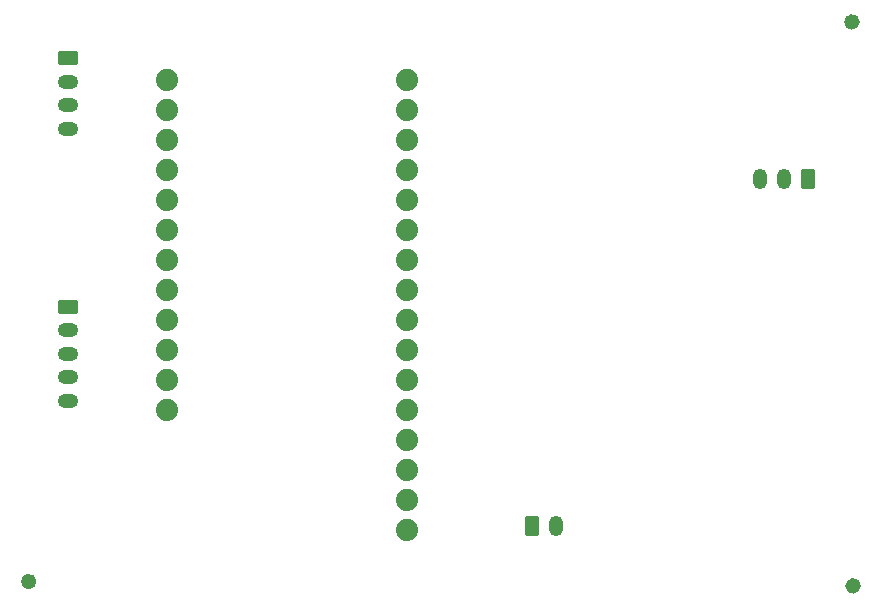
<source format=gbr>
%TF.GenerationSoftware,KiCad,Pcbnew,7.0.2-0*%
%TF.CreationDate,2023-11-25T15:14:42-08:00*%
%TF.ProjectId,Controller v1.1,436f6e74-726f-46c6-9c65-722076312e31,rev?*%
%TF.SameCoordinates,Original*%
%TF.FileFunction,Soldermask,Bot*%
%TF.FilePolarity,Negative*%
%FSLAX46Y46*%
G04 Gerber Fmt 4.6, Leading zero omitted, Abs format (unit mm)*
G04 Created by KiCad (PCBNEW 7.0.2-0) date 2023-11-25 15:14:42*
%MOMM*%
%LPD*%
G01*
G04 APERTURE LIST*
G04 Aperture macros list*
%AMRoundRect*
0 Rectangle with rounded corners*
0 $1 Rounding radius*
0 $2 $3 $4 $5 $6 $7 $8 $9 X,Y pos of 4 corners*
0 Add a 4 corners polygon primitive as box body*
4,1,4,$2,$3,$4,$5,$6,$7,$8,$9,$2,$3,0*
0 Add four circle primitives for the rounded corners*
1,1,$1+$1,$2,$3*
1,1,$1+$1,$4,$5*
1,1,$1+$1,$6,$7*
1,1,$1+$1,$8,$9*
0 Add four rect primitives between the rounded corners*
20,1,$1+$1,$2,$3,$4,$5,0*
20,1,$1+$1,$4,$5,$6,$7,0*
20,1,$1+$1,$6,$7,$8,$9,0*
20,1,$1+$1,$8,$9,$2,$3,0*%
G04 Aperture macros list end*
%ADD10C,0.650000*%
%ADD11RoundRect,0.250000X-0.625000X0.350000X-0.625000X-0.350000X0.625000X-0.350000X0.625000X0.350000X0*%
%ADD12O,1.750000X1.200000*%
%ADD13RoundRect,0.250000X0.350000X0.625000X-0.350000X0.625000X-0.350000X-0.625000X0.350000X-0.625000X0*%
%ADD14O,1.200000X1.750000*%
%ADD15C,1.879600*%
%ADD16C,1.152000*%
%ADD17RoundRect,0.250000X-0.350000X-0.625000X0.350000X-0.625000X0.350000X0.625000X-0.350000X0.625000X0*%
G04 APERTURE END LIST*
D10*
%TO.C,H2*%
X140675001Y-85825001D02*
G75*
G03*
X140675001Y-85825001I-325000J0D01*
G01*
%TO.C,H1*%
X70975000Y-133200000D02*
G75*
G03*
X70975000Y-133200000I-325000J0D01*
G01*
%TO.C,H3*%
X140775000Y-133575000D02*
G75*
G03*
X140775000Y-133575000I-325000J0D01*
G01*
%TD*%
D11*
%TO.C,J3*%
X74000000Y-109925000D03*
D12*
X74000000Y-111925000D03*
X74000000Y-113925000D03*
X74000000Y-115925000D03*
X74000000Y-117925000D03*
%TD*%
D13*
%TO.C,J4*%
X136600000Y-99100000D03*
D14*
X134600000Y-99100000D03*
X132600000Y-99100000D03*
%TD*%
D15*
%TO.C,U1*%
X102660000Y-128860000D03*
X102660000Y-126320000D03*
X102660000Y-123780000D03*
X102660000Y-121240000D03*
X102660000Y-118700000D03*
X102660000Y-116160000D03*
X102660000Y-113620000D03*
X102660000Y-111080000D03*
X102660000Y-108540000D03*
X102660000Y-106000000D03*
X102660000Y-103460000D03*
X102660000Y-100920000D03*
X102660000Y-98380000D03*
X102660000Y-95840000D03*
X102660000Y-93300000D03*
X102660000Y-90760000D03*
X82340000Y-90760000D03*
X82340000Y-93300000D03*
X82340000Y-95840000D03*
X82340000Y-98380000D03*
X82340000Y-100920000D03*
X82340000Y-103460000D03*
X82340000Y-106000000D03*
X82340000Y-108540000D03*
X82340000Y-111080000D03*
X82340000Y-113620000D03*
X82340000Y-116160000D03*
X82340000Y-118700000D03*
%TD*%
D16*
%TO.C,H2*%
X140350001Y-85825001D03*
%TD*%
D17*
%TO.C,J1*%
X113300000Y-128500000D03*
D14*
X115300000Y-128500000D03*
%TD*%
D16*
%TO.C,H1*%
X70650000Y-133200000D03*
%TD*%
D11*
%TO.C,J2*%
X74000000Y-88900000D03*
D12*
X74000000Y-90900000D03*
X74000000Y-92900000D03*
X74000000Y-94900000D03*
%TD*%
D16*
%TO.C,H3*%
X140450000Y-133575000D03*
%TD*%
M02*

</source>
